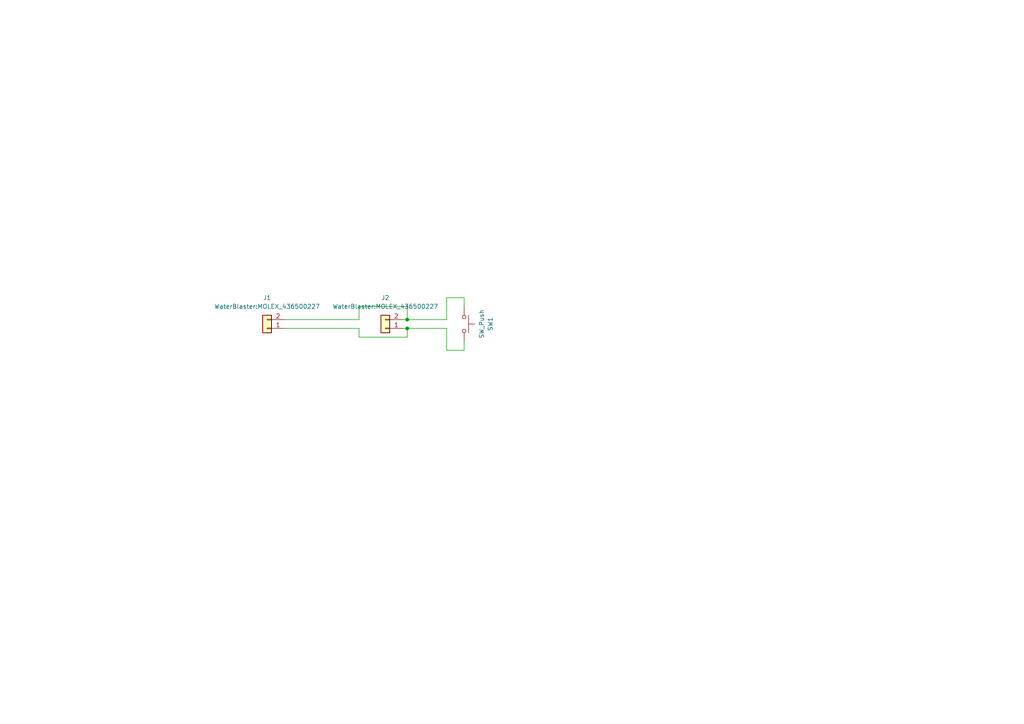
<source format=kicad_sch>
(kicad_sch (version 20250114) (generator "eeschema") (generator_version "9.0")
  (paper "A4")
  (lib_symbols
    (symbol "Connector_Generic:Conn_01x02" (pin_names (offset 1.016) (hide yes))
      (property "Reference" "J" (at 0 2.54 0))
      (property "Value" "Conn_01x02" (at 0 -5.08 0))
      (symbol "Conn_01x02_1_1"
        (rectangle (start -1.27 1.27) (end 1.27 -3.81) (stroke (width 0.254)) (fill (type background)))
        (rectangle (start -1.27 0.127) (end 0 -0.127) (stroke (width 0.1524)))
        (rectangle (start -1.27 -2.413) (end 0 -2.667) (stroke (width 0.1524)))
        (pin passive line (at -5.08 0 0) (length 3.81) (name "Pin_1") (number "1"))
        (pin passive line (at -5.08 -2.54 0) (length 3.81) (name "Pin_2") (number "2"))
      )
    )
    (symbol "Switch:SW_Push" (pin_numbers (hide yes)) (pin_names (offset 1.016) (hide yes))
      (property "Reference" "SW" (at 1.27 2.54 0))
      (property "Value" "SW_Push" (at 0 -1.524 0))
      (symbol "SW_Push_0_1"
        (circle (center -2.032 0) (radius 0.508))
        (polyline (pts (xy 0 1.27) (xy 0 3.048)))
        (circle (center 2.032 0) (radius 0.508))
        (polyline (pts (xy 2.54 1.27) (xy -2.54 1.27)))
        (pin passive line (at -5.08 0 0) (length 2.54) (name "1") (number "1"))
        (pin passive line (at 5.08 0 180) (length 2.54) (name "2") (number "2"))
      )
    )
  )
  (junction (at 118.11 95.25))
  (junction (at 118.11 92.71))
  (wire (pts (xy 104.14 88.9) (xy 118.11 88.9)))
  (wire (pts (xy 104.14 92.71) (xy 104.14 88.9)))
  (wire (pts (xy 129.54 86.36) (xy 129.54 92.71)))
  (wire (pts (xy 82.55 92.71) (xy 104.14 92.71)))
  (wire (pts (xy 116.84 95.25) (xy 118.11 95.25)))
  (wire (pts (xy 134.62 86.36) (xy 134.62 88.9)))
  (wire (pts (xy 118.11 88.9) (xy 118.11 92.71)))
  (wire (pts (xy 82.55 95.25) (xy 104.14 95.25)))
  (wire (pts (xy 118.11 95.25) (xy 129.54 95.25)))
  (wire (pts (xy 134.62 101.6) (xy 134.62 99.06)))
  (wire (pts (xy 104.14 95.25) (xy 104.14 97.79)))
  (wire (pts (xy 134.62 86.36) (xy 129.54 86.36)))
  (wire (pts (xy 118.11 97.79) (xy 118.11 95.25)))
  (wire (pts (xy 104.14 97.79) (xy 118.11 97.79)))
  (wire (pts (xy 118.11 92.71) (xy 116.84 92.71)))
  (wire (pts (xy 129.54 92.71) (xy 118.11 92.71)))
  (wire (pts (xy 129.54 101.6) (xy 134.62 101.6)))
  (wire (pts (xy 129.54 95.25) (xy 129.54 101.6)))
  (symbol (lib_id "Connector_Generic:Conn_01x02") (at 111.76 95.25 180) (unit 1)
    (property "Reference" "J2" (at 111.76 86.36 0))
    (property "Value" "WaterBlaster:MOLEX_436500227" (at 111.76 88.9 0))
    (property "Footprint" "WaterBlaster:MOLEX_436500227" (effects (hide yes)))
  )
  (symbol (lib_id "Switch:SW_Push") (at 134.62 93.98 270) (unit 1)
    (property "Reference" "SW1" (at 142.24 93.98 0))
    (property "Value" "SW_Push" (at 139.7 93.98 0))
    (property "Footprint" "WaterBlaster:PTS645SL43SMTR92LFS_CNK" (effects (hide yes)))
  )
  (symbol (lib_id "Connector_Generic:Conn_01x02") (at 77.47 95.25 180) (unit 1)
    (property "Reference" "J1" (at 77.47 86.36 0))
    (property "Value" "WaterBlaster:MOLEX_436500227" (at 77.47 88.9 0))
    (property "Footprint" "WaterBlaster:MOLEX_436500227" (effects (hide yes)))
  )
)
</source>
